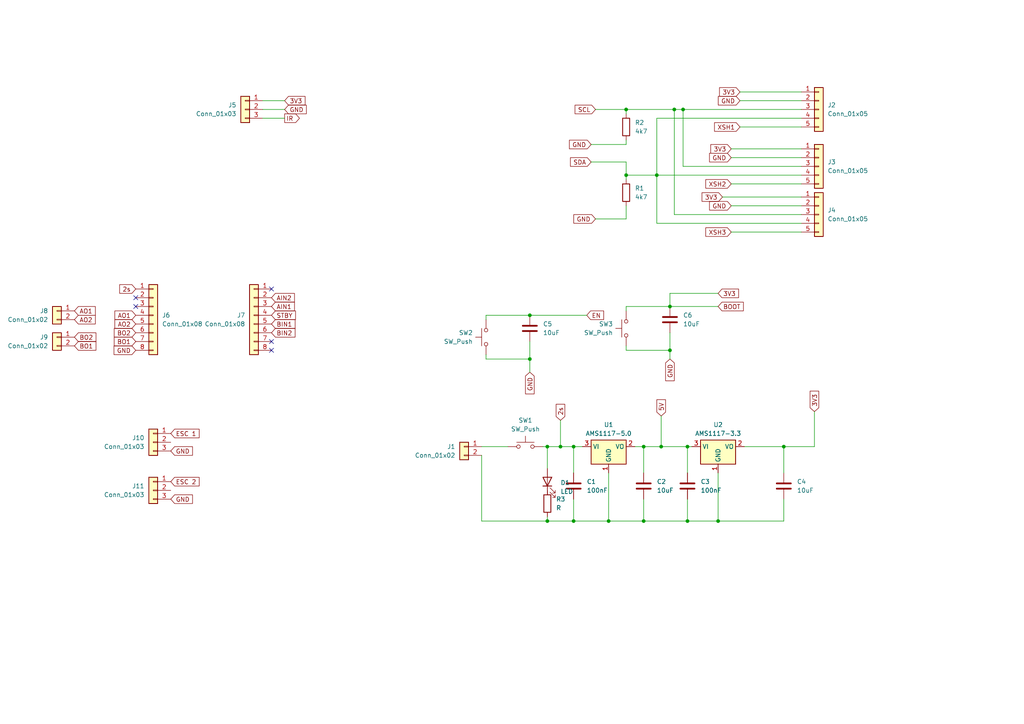
<source format=kicad_sch>
(kicad_sch (version 20231120) (generator "eeschema") (generator_version "8.0")
  (paper "A4")
  (lib_symbols
    (symbol "Connector_Generic:Conn_01x02" (pin_names (offset 1.016) hide)
      (property "Reference" "J" (at 0 2.54 0))
      (property "Value" "Conn_01x02" (at 0 -5.08 0))
      (symbol "Conn_01x02_1_1"
        (rectangle (start -1.27 -2.413) (end 0 -2.667) (stroke (width 0.1524)))
        (rectangle (start -1.27 0.127) (end 0 -0.127) (stroke (width 0.1524)))
        (rectangle (start -1.27 1.27) (end 1.27 -3.81) (stroke (width 0.254)) (fill (type background)))
        (pin passive line (at -5.08 0 0) (length 3.81) (name "Pin_1") (number "1"))
        (pin passive line (at -5.08 -2.54 0) (length 3.81) (name "Pin_2") (number "2"))
      )
    )
    (symbol "Connector_Generic:Conn_01x03" (pin_names (offset 1.016) hide)
      (property "Reference" "J" (at 0 5.08 0))
      (property "Value" "Conn_01x03" (at 0 -5.08 0))
      (symbol "Conn_01x03_1_1"
        (rectangle (start -1.27 -2.413) (end 0 -2.667) (stroke (width 0.1524)))
        (rectangle (start -1.27 0.127) (end 0 -0.127) (stroke (width 0.1524)))
        (rectangle (start -1.27 2.667) (end 0 2.413) (stroke (width 0.1524)))
        (rectangle (start -1.27 3.81) (end 1.27 -3.81) (stroke (width 0.254)) (fill (type background)))
        (pin passive line (at -5.08 2.54 0) (length 3.81) (name "Pin_1") (number "1"))
        (pin passive line (at -5.08 0 0) (length 3.81) (name "Pin_2") (number "2"))
        (pin passive line (at -5.08 -2.54 0) (length 3.81) (name "Pin_3") (number "3"))
      )
    )
    (symbol "Connector_Generic:Conn_01x05" (pin_names (offset 1.016) hide)
      (property "Reference" "J" (at 0 7.62 0))
      (property "Value" "Conn_01x05" (at 0 -7.62 0))
      (symbol "Conn_01x05_1_1"
        (rectangle (start -1.27 -4.953) (end 0 -5.207) (stroke (width 0.1524)))
        (rectangle (start -1.27 -2.413) (end 0 -2.667) (stroke (width 0.1524)))
        (rectangle (start -1.27 0.127) (end 0 -0.127) (stroke (width 0.1524)))
        (rectangle (start -1.27 2.667) (end 0 2.413) (stroke (width 0.1524)))
        (rectangle (start -1.27 5.207) (end 0 4.953) (stroke (width 0.1524)))
        (rectangle (start -1.27 6.35) (end 1.27 -6.35) (stroke (width 0.254)) (fill (type background)))
        (pin passive line (at -5.08 5.08 0) (length 3.81) (name "Pin_1") (number "1"))
        (pin passive line (at -5.08 2.54 0) (length 3.81) (name "Pin_2") (number "2"))
        (pin passive line (at -5.08 0 0) (length 3.81) (name "Pin_3") (number "3"))
        (pin passive line (at -5.08 -2.54 0) (length 3.81) (name "Pin_4") (number "4"))
        (pin passive line (at -5.08 -5.08 0) (length 3.81) (name "Pin_5") (number "5"))
      )
    )
    (symbol "Connector_Generic:Conn_01x08" (pin_names (offset 1.016) hide)
      (property "Reference" "J" (at 0 10.16 0))
      (property "Value" "Conn_01x08" (at 0 -12.7 0))
      (symbol "Conn_01x08_1_1"
        (rectangle (start -1.27 -10.033) (end 0 -10.287) (stroke (width 0.1524)))
        (rectangle (start -1.27 -7.493) (end 0 -7.747) (stroke (width 0.1524)))
        (rectangle (start -1.27 -4.953) (end 0 -5.207) (stroke (width 0.1524)))
        (rectangle (start -1.27 -2.413) (end 0 -2.667) (stroke (width 0.1524)))
        (rectangle (start -1.27 0.127) (end 0 -0.127) (stroke (width 0.1524)))
        (rectangle (start -1.27 2.667) (end 0 2.413) (stroke (width 0.1524)))
        (rectangle (start -1.27 5.207) (end 0 4.953) (stroke (width 0.1524)))
        (rectangle (start -1.27 7.747) (end 0 7.493) (stroke (width 0.1524)))
        (rectangle (start -1.27 8.89) (end 1.27 -11.43) (stroke (width 0.254)) (fill (type background)))
        (pin passive line (at -5.08 7.62 0) (length 3.81) (name "Pin_1") (number "1"))
        (pin passive line (at -5.08 5.08 0) (length 3.81) (name "Pin_2") (number "2"))
        (pin passive line (at -5.08 2.54 0) (length 3.81) (name "Pin_3") (number "3"))
        (pin passive line (at -5.08 0 0) (length 3.81) (name "Pin_4") (number "4"))
        (pin passive line (at -5.08 -2.54 0) (length 3.81) (name "Pin_5") (number "5"))
        (pin passive line (at -5.08 -5.08 0) (length 3.81) (name "Pin_6") (number "6"))
        (pin passive line (at -5.08 -7.62 0) (length 3.81) (name "Pin_7") (number "7"))
        (pin passive line (at -5.08 -10.16 0) (length 3.81) (name "Pin_8") (number "8"))
      )
    )
    (symbol "Device:C" (pin_numbers hide) (pin_names (offset 0.254))
      (property "Reference" "C" (at 0.635 2.54 0))
      (property "Value" "C" (at 0.635 -2.54 0))
      (symbol "C_0_1"
        (polyline (pts (xy -2.032 -0.762) (xy 2.032 -0.762)) (stroke (width 0.508)))
        (polyline (pts (xy -2.032 0.762) (xy 2.032 0.762)) (stroke (width 0.508)))
      )
      (symbol "C_1_1"
        (pin passive line (at 0 3.81 270) (length 2.794) (name "~") (number "1"))
        (pin passive line (at 0 -3.81 90) (length 2.794) (name "~") (number "2"))
      )
    )
    (symbol "Device:LED" (pin_numbers hide) (pin_names (offset 1.016) hide)
      (property "Reference" "D" (at 0 2.54 0))
      (property "Value" "LED" (at 0 -2.54 0))
      (symbol "LED_0_1"
        (polyline (pts (xy -1.27 -1.27) (xy -1.27 1.27)) (stroke (width 0.254)))
        (polyline (pts (xy -1.27 0) (xy 1.27 0)))
        (polyline (pts (xy 1.27 -1.27) (xy 1.27 1.27) (xy -1.27 0) (xy 1.27 -1.27)) (stroke (width 0.254)))
        (polyline (pts (xy -3.048 -0.762) (xy -4.572 -2.286) (xy -3.81 -2.286) (xy -4.572 -2.286) (xy -4.572 -1.524)))
        (polyline (pts (xy -1.778 -0.762) (xy -3.302 -2.286) (xy -2.54 -2.286) (xy -3.302 -2.286) (xy -3.302 -1.524)))
      )
      (symbol "LED_1_1"
        (pin passive line (at -3.81 0 0) (length 2.54) (name "K") (number "1"))
        (pin passive line (at 3.81 0 180) (length 2.54) (name "A") (number "2"))
      )
    )
    (symbol "Device:R" (pin_numbers hide) (pin_names (offset 0))
      (property "Reference" "R" (at 2.032 0 90))
      (property "Value" "R" (at 0 0 90))
      (symbol "R_0_1"
        (rectangle (start -1.016 -2.54) (end 1.016 2.54) (stroke (width 0.254)))
      )
      (symbol "R_1_1"
        (pin passive line (at 0 3.81 270) (length 1.27) (name "~") (number "1"))
        (pin passive line (at 0 -3.81 90) (length 1.27) (name "~") (number "2"))
      )
    )
    (symbol "Regulator_Linear:AMS1117-3.3"
      (property "Reference" "U" (at -3.81 3.175 0))
      (property "Value" "AMS1117-3.3" (at 0 3.175 0))
      (symbol "AMS1117-3.3_0_1"
        (rectangle (start -5.08 -5.08) (end 5.08 1.905) (stroke (width 0.254)) (fill (type background)))
      )
      (symbol "AMS1117-3.3_1_1"
        (pin power_in line (at 0 -7.62 90) (length 2.54) (name "GND") (number "1"))
        (pin power_out line (at 7.62 0 180) (length 2.54) (name "VO") (number "2"))
        (pin power_in line (at -7.62 0 0) (length 2.54) (name "VI") (number "3"))
      )
    )
    (symbol "Regulator_Linear:AMS1117-5.0"
      (property "Reference" "U" (at -3.81 3.175 0))
      (property "Value" "AMS1117-5.0" (at 0 3.175 0))
      (symbol "AMS1117-5.0_0_1"
        (rectangle (start -5.08 -5.08) (end 5.08 1.905) (stroke (width 0.254)) (fill (type background)))
      )
      (symbol "AMS1117-5.0_1_1"
        (pin power_in line (at 0 -7.62 90) (length 2.54) (name "GND") (number "1"))
        (pin power_out line (at 7.62 0 180) (length 2.54) (name "VO") (number "2"))
        (pin power_in line (at -7.62 0 0) (length 2.54) (name "VI") (number "3"))
      )
    )
    (symbol "Switch:SW_Push" (pin_numbers hide) (pin_names (offset 1.016) hide)
      (property "Reference" "SW" (at 1.27 2.54 0))
      (property "Value" "SW_Push" (at 0 -1.524 0))
      (symbol "SW_Push_0_1"
        (circle (center -2.032 0) (radius 0.508))
        (polyline (pts (xy 0 1.27) (xy 0 3.048)))
        (polyline (pts (xy 2.54 1.27) (xy -2.54 1.27)))
        (circle (center 2.032 0) (radius 0.508))
        (pin passive line (at -5.08 0 0) (length 2.54) (name "1") (number "1"))
        (pin passive line (at 5.08 0 180) (length 2.54) (name "2") (number "2"))
      )
    )
  )
  (junction (at 198.12 31.75))
  (junction (at 181.61 31.75))
  (junction (at 153.67 104.14))
  (junction (at 199.39 151.13))
  (junction (at 227.33 129.54))
  (junction (at 166.37 129.54))
  (junction (at 153.67 91.44))
  (junction (at 158.75 129.54))
  (junction (at 194.31 101.6))
  (junction (at 191.77 129.54))
  (junction (at 176.53 151.13))
  (junction (at 162.56 129.54))
  (junction (at 158.75 151.13))
  (junction (at 208.28 151.13))
  (junction (at 186.69 129.54))
  (junction (at 199.39 129.54))
  (junction (at 194.31 88.9))
  (junction (at 190.5 50.8))
  (junction (at 195.58 31.75))
  (junction (at 186.69 151.13))
  (junction (at 181.61 50.8))
  (junction (at 166.37 151.13))
  (no_connect (at 78.74 101.6))
  (no_connect (at 39.37 88.9))
  (no_connect (at 78.74 83.82))
  (no_connect (at 78.74 99.06))
  (no_connect (at 39.37 86.36))
  (wire (pts (xy 139.7 132.08) (xy 139.7 151.13)))
  (wire (pts (xy 181.61 90.17) (xy 181.61 88.9)))
  (wire (pts (xy 199.39 129.54) (xy 199.39 137.16)))
  (wire (pts (xy 186.69 151.13) (xy 199.39 151.13)))
  (wire (pts (xy 186.69 129.54) (xy 191.77 129.54)))
  (wire (pts (xy 191.77 129.54) (xy 199.39 129.54)))
  (wire (pts (xy 157.48 129.54) (xy 158.75 129.54)))
  (wire (pts (xy 140.97 92.71) (xy 140.97 91.44)))
  (wire (pts (xy 194.31 85.09) (xy 194.31 88.9)))
  (wire (pts (xy 208.28 137.16) (xy 208.28 151.13)))
  (wire (pts (xy 166.37 144.78) (xy 166.37 151.13)))
  (wire (pts (xy 227.33 129.54) (xy 227.33 137.16)))
  (wire (pts (xy 172.72 31.75) (xy 181.61 31.75)))
  (wire (pts (xy 181.61 50.8) (xy 181.61 52.07)))
  (wire (pts (xy 191.77 120.65) (xy 191.77 129.54)))
  (wire (pts (xy 232.41 62.23) (xy 195.58 62.23)))
  (wire (pts (xy 190.5 50.8) (xy 190.5 64.77)))
  (wire (pts (xy 171.45 41.91) (xy 181.61 41.91)))
  (wire (pts (xy 214.63 26.67) (xy 232.41 26.67)))
  (wire (pts (xy 212.09 53.34) (xy 232.41 53.34)))
  (wire (pts (xy 212.09 45.72) (xy 232.41 45.72)))
  (wire (pts (xy 158.75 149.86) (xy 158.75 151.13)))
  (wire (pts (xy 181.61 41.91) (xy 181.61 40.64)))
  (wire (pts (xy 184.15 129.54) (xy 186.69 129.54)))
  (wire (pts (xy 214.63 29.21) (xy 232.41 29.21)))
  (wire (pts (xy 208.28 85.09) (xy 194.31 85.09)))
  (wire (pts (xy 236.22 119.38) (xy 236.22 129.54)))
  (wire (pts (xy 212.09 59.69) (xy 232.41 59.69)))
  (wire (pts (xy 190.5 34.29) (xy 190.5 50.8)))
  (wire (pts (xy 236.22 129.54) (xy 227.33 129.54)))
  (wire (pts (xy 139.7 129.54) (xy 147.32 129.54)))
  (wire (pts (xy 232.41 34.29) (xy 190.5 34.29)))
  (wire (pts (xy 198.12 31.75) (xy 232.41 31.75)))
  (wire (pts (xy 214.63 36.83) (xy 232.41 36.83)))
  (wire (pts (xy 212.09 43.18) (xy 232.41 43.18)))
  (wire (pts (xy 176.53 137.16) (xy 176.53 151.13)))
  (wire (pts (xy 194.31 101.6) (xy 194.31 104.14)))
  (wire (pts (xy 227.33 151.13) (xy 227.33 144.78)))
  (wire (pts (xy 208.28 88.9) (xy 194.31 88.9)))
  (wire (pts (xy 199.39 144.78) (xy 199.39 151.13)))
  (wire (pts (xy 166.37 129.54) (xy 166.37 137.16)))
  (wire (pts (xy 186.69 144.78) (xy 186.69 151.13)))
  (wire (pts (xy 232.41 64.77) (xy 190.5 64.77)))
  (wire (pts (xy 181.61 101.6) (xy 181.61 100.33)))
  (wire (pts (xy 190.5 50.8) (xy 181.61 50.8)))
  (wire (pts (xy 140.97 102.87) (xy 140.97 104.14)))
  (wire (pts (xy 172.72 63.5) (xy 181.61 63.5)))
  (wire (pts (xy 215.9 129.54) (xy 227.33 129.54)))
  (wire (pts (xy 208.28 151.13) (xy 227.33 151.13)))
  (wire (pts (xy 153.67 104.14) (xy 153.67 107.95)))
  (wire (pts (xy 166.37 151.13) (xy 176.53 151.13)))
  (wire (pts (xy 166.37 129.54) (xy 168.91 129.54)))
  (wire (pts (xy 158.75 129.54) (xy 158.75 135.89)))
  (wire (pts (xy 199.39 129.54) (xy 200.66 129.54)))
  (wire (pts (xy 153.67 91.44) (xy 170.18 91.44)))
  (wire (pts (xy 209.55 57.15) (xy 232.41 57.15)))
  (wire (pts (xy 158.75 129.54) (xy 162.56 129.54)))
  (wire (pts (xy 212.09 67.31) (xy 232.41 67.31)))
  (wire (pts (xy 194.31 96.52) (xy 194.31 101.6)))
  (wire (pts (xy 76.2 31.75) (xy 82.55 31.75)))
  (wire (pts (xy 198.12 48.26) (xy 198.12 31.75)))
  (wire (pts (xy 176.53 151.13) (xy 186.69 151.13)))
  (wire (pts (xy 232.41 48.26) (xy 198.12 48.26)))
  (wire (pts (xy 140.97 91.44) (xy 153.67 91.44)))
  (wire (pts (xy 181.61 46.99) (xy 181.61 50.8)))
  (wire (pts (xy 195.58 31.75) (xy 198.12 31.75)))
  (wire (pts (xy 195.58 62.23) (xy 195.58 31.75)))
  (wire (pts (xy 181.61 31.75) (xy 195.58 31.75)))
  (wire (pts (xy 139.7 151.13) (xy 158.75 151.13)))
  (wire (pts (xy 158.75 151.13) (xy 166.37 151.13)))
  (wire (pts (xy 162.56 129.54) (xy 166.37 129.54)))
  (wire (pts (xy 76.2 34.29) (xy 82.55 34.29)))
  (wire (pts (xy 181.61 88.9) (xy 194.31 88.9)))
  (wire (pts (xy 199.39 151.13) (xy 208.28 151.13)))
  (wire (pts (xy 76.2 29.21) (xy 82.55 29.21)))
  (wire (pts (xy 162.56 121.92) (xy 162.56 129.54)))
  (wire (pts (xy 171.45 46.99) (xy 181.61 46.99)))
  (wire (pts (xy 232.41 50.8) (xy 190.5 50.8)))
  (wire (pts (xy 181.61 63.5) (xy 181.61 59.69)))
  (wire (pts (xy 153.67 104.14) (xy 140.97 104.14)))
  (wire (pts (xy 186.69 129.54) (xy 186.69 137.16)))
  (wire (pts (xy 153.67 99.06) (xy 153.67 104.14)))
  (wire (pts (xy 181.61 31.75) (xy 181.61 33.02)))
  (wire (pts (xy 194.31 101.6) (xy 181.61 101.6)))
  (global_label "SDA" (shape input) (at 171.45 46.99 180) (property "Intersheetrefs" "${INTERSHEET_REFS}" (effects (hide yes))))
  (global_label "GND" (shape input) (at 153.67 107.95 270) (property "Intersheetrefs" "${INTERSHEET_REFS}" (effects (hide yes))))
  (global_label "GND" (shape input) (at 49.53 130.81 0) (property "Intersheetrefs" "${INTERSHEET_REFS}" (effects (hide yes))))
  (global_label "XSH2" (shape input) (at 212.09 53.34 180) (property "Intersheetrefs" "${INTERSHEET_REFS}" (effects (hide yes))))
  (global_label "AO2" (shape input) (at 21.59 92.71 0) (property "Intersheetrefs" "${INTERSHEET_REFS}" (effects (hide yes))))
  (global_label "GND" (shape input) (at 82.55 31.75 0) (property "Intersheetrefs" "${INTERSHEET_REFS}" (effects (hide yes))))
  (global_label "BIN2" (shape input) (at 78.74 96.52 0) (property "Intersheetrefs" "${INTERSHEET_REFS}" (effects (hide yes))))
  (global_label "XSH1" (shape input) (at 214.63 36.83 180) (property "Intersheetrefs" "${INTERSHEET_REFS}" (effects (hide yes))))
  (global_label "AO1" (shape input) (at 39.37 91.44 180) (property "Intersheetrefs" "${INTERSHEET_REFS}" (effects (hide yes))))
  (global_label "GND" (shape input) (at 214.63 29.21 180) (property "Intersheetrefs" "${INTERSHEET_REFS}" (effects (hide yes))))
  (global_label "3V3" (shape input) (at 82.55 29.21 0) (property "Intersheetrefs" "${INTERSHEET_REFS}" (effects (hide yes))))
  (global_label "BO1" (shape input) (at 39.37 99.06 180) (property "Intersheetrefs" "${INTERSHEET_REFS}" (effects (hide yes))))
  (global_label "5V" (shape input) (at 191.77 120.65 90) (property "Intersheetrefs" "${INTERSHEET_REFS}" (effects (hide yes))))
  (global_label "GND" (shape input) (at 212.09 59.69 180) (property "Intersheetrefs" "${INTERSHEET_REFS}" (effects (hide yes))))
  (global_label "SCL" (shape input) (at 172.72 31.75 180) (property "Intersheetrefs" "${INTERSHEET_REFS}" (effects (hide yes))))
  (global_label "GND" (shape input) (at 172.72 63.5 180) (property "Intersheetrefs" "${INTERSHEET_REFS}" (effects (hide yes))))
  (global_label "IR" (shape output) (at 82.55 34.29 0) (property "Intersheetrefs" "${INTERSHEET_REFS}" (effects (hide yes))))
  (global_label "2s" (shape input) (at 39.37 83.82 180) (property "Intersheetrefs" "${INTERSHEET_REFS}" (effects (hide yes))))
  (global_label "2s" (shape input) (at 162.56 121.92 90) (property "Intersheetrefs" "${INTERSHEET_REFS}" (effects (hide yes))))
  (global_label "GND" (shape input) (at 194.31 104.14 270) (property "Intersheetrefs" "${INTERSHEET_REFS}" (effects (hide yes))))
  (global_label "GND" (shape input) (at 171.45 41.91 180) (property "Intersheetrefs" "${INTERSHEET_REFS}" (effects (hide yes))))
  (global_label "BO2" (shape input) (at 21.59 97.79 0) (property "Intersheetrefs" "${INTERSHEET_REFS}" (effects (hide yes))))
  (global_label "AIN2" (shape input) (at 78.74 86.36 0) (property "Intersheetrefs" "${INTERSHEET_REFS}" (effects (hide yes))))
  (global_label "EN" (shape input) (at 170.18 91.44 0) (property "Intersheetrefs" "${INTERSHEET_REFS}" (effects (hide yes))))
  (global_label "GND" (shape input) (at 39.37 101.6 180) (property "Intersheetrefs" "${INTERSHEET_REFS}" (effects (hide yes))))
  (global_label "BO2" (shape input) (at 39.37 96.52 180) (property "Intersheetrefs" "${INTERSHEET_REFS}" (effects (hide yes))))
  (global_label "3V3" (shape input) (at 214.63 26.67 180) (property "Intersheetrefs" "${INTERSHEET_REFS}" (effects (hide yes))))
  (global_label "3V3" (shape input) (at 212.09 43.18 180) (property "Intersheetrefs" "${INTERSHEET_REFS}" (effects (hide yes))))
  (global_label "ESC 2" (shape input) (at 49.53 139.7 0) (property "Intersheetrefs" "${INTERSHEET_REFS}" (effects (hide yes))))
  (global_label "XSH3" (shape input) (at 212.09 67.31 180) (property "Intersheetrefs" "${INTERSHEET_REFS}" (effects (hide yes))))
  (global_label "ESC 1" (shape input) (at 49.53 125.73 0) (property "Intersheetrefs" "${INTERSHEET_REFS}" (effects (hide yes))))
  (global_label "GND" (shape input) (at 49.53 144.78 0) (property "Intersheetrefs" "${INTERSHEET_REFS}" (effects (hide yes))))
  (global_label "3V3" (shape input) (at 209.55 57.15 180) (property "Intersheetrefs" "${INTERSHEET_REFS}" (effects (hide yes))))
  (global_label "3V3" (shape input) (at 208.28 85.09 0) (property "Intersheetrefs" "${INTERSHEET_REFS}" (effects (hide yes))))
  (global_label "3V3" (shape input) (at 236.22 119.38 90) (property "Intersheetrefs" "${INTERSHEET_REFS}" (effects (hide yes))))
  (global_label "BOOT" (shape input) (at 208.28 88.9 0) (property "Intersheetrefs" "${INTERSHEET_REFS}" (effects (hide yes))))
  (global_label "GND" (shape input) (at 212.09 45.72 180) (property "Intersheetrefs" "${INTERSHEET_REFS}" (effects (hide yes))))
  (global_label "BO1" (shape input) (at 21.59 100.33 0) (property "Intersheetrefs" "${INTERSHEET_REFS}" (effects (hide yes))))
  (global_label "BIN1" (shape input) (at 78.74 93.98 0) (property "Intersheetrefs" "${INTERSHEET_REFS}" (effects (hide yes))))
  (global_label "AO2" (shape input) (at 39.37 93.98 180) (property "Intersheetrefs" "${INTERSHEET_REFS}" (effects (hide yes))))
  (global_label "AO1" (shape input) (at 21.59 90.17 0) (property "Intersheetrefs" "${INTERSHEET_REFS}" (effects (hide yes))))
  (global_label "AIN1" (shape input) (at 78.74 88.9 0) (property "Intersheetrefs" "${INTERSHEET_REFS}" (effects (hide yes))))
  (global_label "STBY" (shape input) (at 78.74 91.44 0) (property "Intersheetrefs" "${INTERSHEET_REFS}" (effects (hide yes))))
  (symbol (lib_id "Connector_Generic:Conn_01x03") (at 71.12 31.75 0) (mirror y) (unit 1)
    (property "Reference" "J5" (at 68.58 30.4799 0) (effects (justify left)))
    (property "Value" "Conn_01x03" (at 68.58 33.0199 0) (effects (justify left)))
    (property "Description" "Generic connector, single row, 01x03, script generated (kicad-library-utils/schlib/autogen/connector/)" (effects (hide yes)))
  )
  (symbol (lib_id "Connector_Generic:Conn_01x02") (at 134.62 129.54 0) (mirror y) (unit 1)
    (property "Reference" "J1" (at 132.08 129.5399 0) (effects (justify left)))
    (property "Value" "Conn_01x02" (at 132.08 132.0799 0) (effects (justify left)))
    (property "Description" "Generic connector, single row, 01x02, script generated (kicad-library-utils/schlib/autogen/connector/)" (effects (hide yes)))
  )
  (symbol (lib_id "Device:R") (at 158.75 146.05 0) (unit 1)
    (property "Reference" "R3" (at 161.29 144.7799 0) (effects (justify left)))
    (property "Value" "R" (at 161.29 147.3199 0) (effects (justify left)))
    (property "Description" "Resistor" (effects (hide yes)))
  )
  (symbol (lib_id "Device:C") (at 186.69 140.97 0) (unit 1)
    (property "Reference" "C2" (at 190.5 139.6999 0) (effects (justify left)))
    (property "Value" "10uF" (at 190.5 142.2399 0) (effects (justify left)))
    (property "Description" "Unpolarized capacitor" (effects (hide yes)))
  )
  (symbol (lib_id "Device:R") (at 181.61 55.88 0) (unit 1)
    (property "Reference" "R1" (at 184.15 54.6099 0) (effects (justify left)))
    (property "Value" "4k7" (at 184.15 57.1499 0) (effects (justify left)))
    (property "Description" "Resistor" (effects (hide yes)))
  )
  (symbol (lib_id "Device:C") (at 227.33 140.97 0) (unit 1)
    (property "Reference" "C4" (at 231.14 139.6999 0) (effects (justify left)))
    (property "Value" "10uF" (at 231.14 142.2399 0) (effects (justify left)))
    (property "Description" "Unpolarized capacitor" (effects (hide yes)))
  )
  (symbol (lib_id "Device:C") (at 199.39 140.97 0) (unit 1)
    (property "Reference" "C3" (at 203.2 139.6999 0) (effects (justify left)))
    (property "Value" "100nF" (at 203.2 142.2399 0) (effects (justify left)))
    (property "Description" "Unpolarized capacitor" (effects (hide yes)))
  )
  (symbol (lib_id "Switch:SW_Push") (at 152.4 129.54 0) (unit 1)
    (property "Reference" "SW1" (at 152.4 121.92 0))
    (property "Value" "SW_Push" (at 152.4 124.46 0))
    (property "Description" "Push button switch, generic, two pins" (effects (hide yes)))
  )
  (symbol (lib_id "Connector_Generic:Conn_01x05") (at 237.49 62.23 0) (unit 1)
    (property "Reference" "J4" (at 240.03 60.9599 0) (effects (justify left)))
    (property "Value" "Conn_01x05" (at 240.03 63.4999 0) (effects (justify left)))
    (property "Description" "Generic connector, single row, 01x05, script generated (kicad-library-utils/schlib/autogen/connector/)" (effects (hide yes)))
  )
  (symbol (lib_id "Device:R") (at 181.61 36.83 0) (unit 1)
    (property "Reference" "R2" (at 184.15 35.5599 0) (effects (justify left)))
    (property "Value" "4k7" (at 184.15 38.0999 0) (effects (justify left)))
    (property "Description" "Resistor" (effects (hide yes)))
  )
  (symbol (lib_id "Device:LED") (at 158.75 139.7 90) (unit 1)
    (property "Reference" "D1" (at 162.56 140.0174 90) (effects (justify right)))
    (property "Value" "LED" (at 162.56 142.5574 90) (effects (justify right)))
    (property "Description" "Light emitting diode" (effects (hide yes)))
  )
  (symbol (lib_id "Connector_Generic:Conn_01x02") (at 16.51 97.79 0) (mirror y) (unit 1)
    (property "Reference" "J9" (at 13.97 97.7899 0) (effects (justify left)))
    (property "Value" "Conn_01x02" (at 13.97 100.3299 0) (effects (justify left)))
    (property "Description" "Generic connector, single row, 01x02, script generated (kicad-library-utils/schlib/autogen/connector/)" (effects (hide yes)))
  )
  (symbol (lib_id "Regulator_Linear:AMS1117-5.0") (at 176.53 129.54 0) (unit 1)
    (property "Reference" "U1" (at 176.53 123.19 0))
    (property "Value" "AMS1117-5.0" (at 176.53 125.73 0))
    (property "Footprint" "Package_TO_SOT_SMD:SOT-223-3_TabPin2" (effects (hide yes)))
    (property "Datasheet" "http://www.advanced-monolithic.com/pdf/ds1117.pdf" (effects (hide yes)))
    (property "Description" "1A Low Dropout regulator, positive, 5.0V fixed output, SOT-223" (effects (hide yes)))
  )
  (symbol (lib_id "Connector_Generic:Conn_01x03") (at 44.45 128.27 0) (mirror y) (unit 1)
    (property "Reference" "J10" (at 41.91 126.9999 0) (effects (justify left)))
    (property "Value" "Conn_01x03" (at 41.91 129.5399 0) (effects (justify left)))
    (property "Description" "Generic connector, single row, 01x03, script generated (kicad-library-utils/schlib/autogen/connector/)" (effects (hide yes)))
  )
  (symbol (lib_id "Device:C") (at 194.31 92.71 0) (unit 1)
    (property "Reference" "C6" (at 198.12 91.4399 0) (effects (justify left)))
    (property "Value" "10uF" (at 198.12 93.9799 0) (effects (justify left)))
    (property "Description" "Unpolarized capacitor" (effects (hide yes)))
  )
  (symbol (lib_id "Connector_Generic:Conn_01x08") (at 73.66 91.44 0) (mirror y) (unit 1)
    (property "Reference" "J7" (at 71.12 91.4399 0) (effects (justify left)))
    (property "Value" "Conn_01x08" (at 71.12 93.9799 0) (effects (justify left)))
    (property "Description" "Generic connector, single row, 01x08, script generated (kicad-library-utils/schlib/autogen/connector/)" (effects (hide yes)))
  )
  (symbol (lib_id "Connector_Generic:Conn_01x08") (at 44.45 91.44 0) (unit 1)
    (property "Reference" "J6" (at 46.99 91.4399 0) (effects (justify left)))
    (property "Value" "Conn_01x08" (at 46.99 93.9799 0) (effects (justify left)))
    (property "Description" "Generic connector, single row, 01x08, script generated (kicad-library-utils/schlib/autogen/connector/)" (effects (hide yes)))
  )
  (symbol (lib_id "Connector_Generic:Conn_01x02") (at 16.51 90.17 0) (mirror y) (unit 1)
    (property "Reference" "J8" (at 13.97 90.1699 0) (effects (justify left)))
    (property "Value" "Conn_01x02" (at 13.97 92.7099 0) (effects (justify left)))
    (property "Description" "Generic connector, single row, 01x02, script generated (kicad-library-utils/schlib/autogen/connector/)" (effects (hide yes)))
  )
  (symbol (lib_id "Switch:SW_Push") (at 140.97 97.79 90) (mirror x) (unit 1)
    (property "Reference" "SW2" (at 137.16 96.5199 90) (effects (justify left)))
    (property "Value" "SW_Push" (at 137.16 99.0599 90) (effects (justify left)))
    (property "Description" "Push button switch, generic, two pins" (effects (hide yes)))
  )
  (symbol (lib_id "Device:C") (at 166.37 140.97 0) (unit 1)
    (property "Reference" "C1" (at 170.18 139.6999 0) (effects (justify left)))
    (property "Value" "100nF" (at 170.18 142.2399 0) (effects (justify left)))
    (property "Description" "Unpolarized capacitor" (effects (hide yes)))
  )
  (symbol (lib_id "Switch:SW_Push") (at 181.61 95.25 90) (mirror x) (unit 1)
    (property "Reference" "SW3" (at 177.8 93.9799 90) (effects (justify left)))
    (property "Value" "SW_Push" (at 177.8 96.5199 90) (effects (justify left)))
    (property "Description" "Push button switch, generic, two pins" (effects (hide yes)))
  )
  (symbol (lib_id "Connector_Generic:Conn_01x05") (at 237.49 31.75 0) (unit 1)
    (property "Reference" "J2" (at 240.03 30.4799 0) (effects (justify left)))
    (property "Value" "Conn_01x05" (at 240.03 33.0199 0) (effects (justify left)))
    (property "Description" "Generic connector, single row, 01x05, script generated (kicad-library-utils/schlib/autogen/connector/)" (effects (hide yes)))
  )
  (symbol (lib_id "Connector_Generic:Conn_01x05") (at 237.49 48.26 0) (unit 1)
    (property "Reference" "J3" (at 240.03 46.9899 0) (effects (justify left)))
    (property "Value" "Conn_01x05" (at 240.03 49.5299 0) (effects (justify left)))
    (property "Description" "Generic connector, single row, 01x05, script generated (kicad-library-utils/schlib/autogen/connector/)" (effects (hide yes)))
  )
  (symbol (lib_id "Device:C") (at 153.67 95.25 0) (unit 1)
    (property "Reference" "C5" (at 157.48 93.9799 0) (effects (justify left)))
    (property "Value" "10uF" (at 157.48 96.5199 0) (effects (justify left)))
    (property "Description" "Unpolarized capacitor" (effects (hide yes)))
  )
  (symbol (lib_id "Connector_Generic:Conn_01x03") (at 44.45 142.24 0) (mirror y) (unit 1)
    (property "Reference" "J11" (at 41.91 140.9699 0) (effects (justify left)))
    (property "Value" "Conn_01x03" (at 41.91 143.5099 0) (effects (justify left)))
    (property "Description" "Generic connector, single row, 01x03, script generated (kicad-library-utils/schlib/autogen/connector/)" (effects (hide yes)))
  )
  (symbol (lib_id "Regulator_Linear:AMS1117-3.3") (at 208.28 129.54 0) (unit 1)
    (property "Reference" "U2" (at 208.28 123.19 0))
    (property "Value" "AMS1117-3.3" (at 208.28 125.73 0))
    (property "Footprint" "Package_TO_SOT_SMD:SOT-223-3_TabPin2" (effects (hide yes)))
    (property "Datasheet" "http://www.advanced-monolithic.com/pdf/ds1117.pdf" (effects (hide yes)))
    (property "Description" "1A Low Dropout regulator, positive, 3.3V fixed output, SOT-223" (effects (hide yes)))
  )
)
</source>
